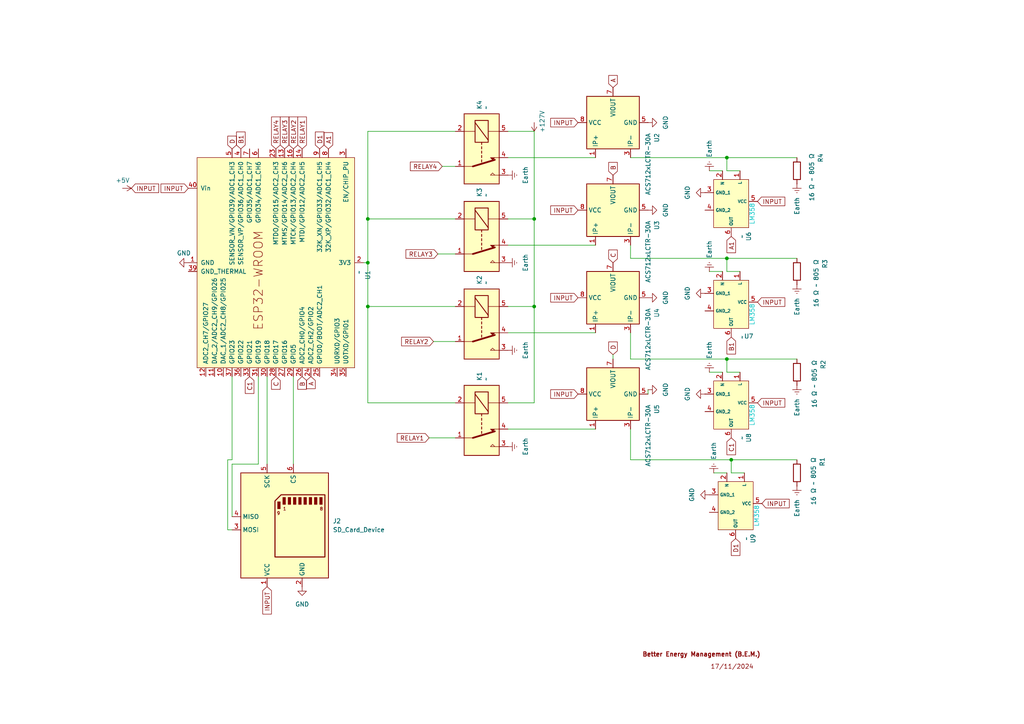
<source format=kicad_sch>
(kicad_sch (version 20231120) (generator "eeschema") (generator_version "8.0")
  (paper "A4")
  (lib_symbols
    (symbol "ACS712xLCTR-30A_1"
      (property "Reference" "U3" (at 2.1941 12.7 0))
      (property "Value" "ACS712xLCTR-30A" (at 2.1941 10.16 0))
      (symbol "ACS712xLCTR-30A_1_0_1"
        (rectangle (start -7.62 7.62) (end 7.62 -7.62) (stroke (width 0.254)) (fill (type background)))
      )
      (symbol "ACS712xLCTR-30A_1_1_1"
        (pin passive line (at -10.16 5.08 0) (length 2.54) (name "IP+") (number "1"))
        (pin passive line (at -10.16 5.08 0) (length 2.54) hide (name "IP+") (number "2"))
        (pin passive line (at -10.16 -5.08 0) (length 2.54) (name "IP-") (number "3"))
        (pin passive line (at -10.16 -5.08 0) (length 2.54) hide (name "IP-") (number "4"))
        (pin power_in line (at 0 -10.16 90) (length 2.54) (name "GND") (number "5"))
        (pin passive line (at 10.16 -2.54 180) (length 2.54) hide (name "FILTER") (number "6"))
        (pin output line (at 10.16 0 180) (length 2.54) (name "VIOUT") (number "7"))
        (pin power_in line (at 0 10.16 270) (length 2.54) (name "VCC") (number "8"))
      )
    )
    (symbol "ACS712xLCTR-30A_2"
      (property "Reference" "U2" (at 2.1941 12.7 0))
      (property "Value" "ACS712xLCTR-30A" (at 2.1941 10.16 0))
      (symbol "ACS712xLCTR-30A_2_0_1"
        (rectangle (start -7.62 7.62) (end 7.62 -7.62) (stroke (width 0.254)) (fill (type background)))
      )
      (symbol "ACS712xLCTR-30A_2_1_1"
        (pin passive line (at -10.16 5.08 0) (length 2.54) (name "IP+") (number "1"))
        (pin passive line (at -10.16 5.08 0) (length 2.54) hide (name "IP+") (number "2"))
        (pin passive line (at -10.16 -5.08 0) (length 2.54) (name "IP-") (number "3"))
        (pin passive line (at -10.16 -5.08 0) (length 2.54) hide (name "IP-") (number "4"))
        (pin power_in line (at 0 -10.16 90) (length 2.54) (name "GND") (number "5"))
        (pin passive line (at 10.16 -2.54 180) (length 2.54) hide (name "FILTER") (number "6"))
        (pin output line (at 10.16 0 180) (length 2.54) (name "VIOUT") (number "7"))
        (pin power_in line (at 0 10.16 270) (length 2.54) (name "VCC") (number "8"))
      )
    )
    (symbol "ACS712xLCTR-30A_3"
      (property "Reference" "U4" (at 2.1941 12.7 0))
      (property "Value" "ACS712xLCTR-30A" (at 2.1941 10.16 0))
      (symbol "ACS712xLCTR-30A_3_0_1"
        (rectangle (start -7.62 7.62) (end 7.62 -7.62) (stroke (width 0.254)) (fill (type background)))
      )
      (symbol "ACS712xLCTR-30A_3_1_1"
        (pin passive line (at -10.16 5.08 0) (length 2.54) (name "IP+") (number "1"))
        (pin passive line (at -10.16 5.08 0) (length 2.54) hide (name "IP+") (number "2"))
        (pin passive line (at -10.16 -5.08 0) (length 2.54) (name "IP-") (number "3"))
        (pin passive line (at -10.16 -5.08 0) (length 2.54) hide (name "IP-") (number "4"))
        (pin power_in line (at 0 -10.16 90) (length 2.54) (name "GND") (number "5"))
        (pin passive line (at 10.16 -2.54 180) (length 2.54) hide (name "FILTER") (number "6"))
        (pin output line (at 10.16 0 180) (length 2.54) (name "VIOUT") (number "7"))
        (pin power_in line (at 0 10.16 270) (length 2.54) (name "VCC") (number "8"))
      )
    )
    (symbol "Connector:SD_Card_Device"
      (property "Reference" "J2" (at 13.97 1.2701 0))
      (property "Value" "SD_Card_Device" (at 13.97 -1.2699 0))
      (symbol "SD_Card_Device_0_1"
        (rectangle (start -2.032 6.858) (end -1.27 4.826) (fill (type outline)))
        (rectangle (start -0.508 8.128) (end 0.254 6.096) (fill (type outline)))
        (rectangle (start 1.016 8.128) (end 1.778 6.096) (fill (type outline)))
        (rectangle (start 2.54 8.128) (end 3.302 6.096) (fill (type outline)))
        (rectangle (start 4.064 8.128) (end 4.826 6.096) (fill (type outline)))
        (rectangle (start 5.588 8.128) (end 6.35 6.096) (fill (type outline)))
        (rectangle (start 7.112 8.128) (end 7.874 6.096) (fill (type outline)))
        (rectangle (start 8.636 8.128) (end 9.398 6.096) (fill (type outline)))
        (rectangle (start 10.16 8.128) (end 10.922 6.096) (fill (type outline)))
      )
      (symbol "SD_Card_Device_1_1"
        (rectangle (start -12.7 15.24) (end 12.7 -15.24) (stroke (width 0.254)) (fill (type background)))
        (polyline (pts (xy -1.016 8.89) (xy 11.684 8.89) (xy 11.684 -9.144) (xy -2.794 -9.144) (xy -2.794 7.112) (xy -1.016 8.89)) (stroke (width 0.3)))
        (text "1" (at 0 4.826 0) (effects (font (size 0.9 0.9))))
        (text "8" (at 10.668 4.826 0) (effects (font (size 0.9 0.9))))
        (text "9" (at -1.778 3.556 0) (effects (font (size 0.9 0.9))))
        (pin input line (at -5.08 -17.78 90) (length 2.54) (name "VCC") (number "1"))
        (pin input line (at 5.08 -17.78 90) (length 2.54) (name "GND") (number "2"))
        (pin input line (at -15.24 -1.27 0) (length 2.54) (name "MOSI") (number "3"))
        (pin input line (at -15.24 2.54 0) (length 2.54) (name "MISO") (number "4"))
        (pin input line (at -5.08 17.78 270) (length 2.54) (name "SCK") (number "5"))
        (pin input line (at 2.54 17.78 270) (length 2.54) (name "CS") (number "6"))
      )
    )
    (symbol "Device:R" (pin_numbers hide) (pin_names (offset 0))
      (property "Reference" "R" (at 2.032 0 90))
      (property "Value" "R" (at 0 0 90))
      (symbol "R_0_1"
        (rectangle (start -1.016 -2.54) (end 1.016 2.54) (stroke (width 0.254)))
      )
      (symbol "R_1_1"
        (pin passive line (at 0 3.81 270) (length 1.27) (name "~") (number "1"))
        (pin passive line (at 0 -3.81 90) (length 1.27) (name "~") (number "2"))
      )
    )
    (symbol "LM358_1"
      (property "Reference" "U7" (at 2.286 -1.27 90))
      (property "Value" "~" (at 2.54 -3.2065 0))
      (symbol "LM358_1_1_1"
        (rectangle (start -13.97 -1.27) (end 0 -11.43) (fill (type background)))
        (text "LM358" (at -4.064 -0.254 0) (effects (font (size 1.27 1.27))))
        (pin input line (at -16.51 -3.81 0) (length 2.54) (name "L") (number "1"))
        (pin input line (at -16.51 -8.89 0) (length 2.54) (name "N") (number "2"))
        (pin input line (at -10.16 -13.97 90) (length 2.54) (name "GND_1") (number "3"))
        (pin input line (at -5.08 -13.97 90) (length 2.54) (name "GND_2") (number "4"))
        (pin input line (at -7.62 1.27 270) (length 2.54) (name "VCC") (number "5"))
        (pin output line (at 2.54 -6.35 180) (length 2.54) (name "OUT") (number "6"))
      )
    )
    (symbol "New_Library:LM358"
      (property "Reference" "U" (at 0 0 0))
      (symbol "LM358_1_1"
        (rectangle (start -13.97 -1.27) (end 0 -11.43) (fill (type background)))
        (text "LM358" (at -4.064 -0.254 0) (effects (font (size 1.27 1.27))))
        (pin input line (at -16.51 -3.81 0) (length 2.54) (name "L") (number "1"))
        (pin input line (at -16.51 -8.89 0) (length 2.54) (name "N") (number "2"))
        (pin input line (at -10.16 -13.97 90) (length 2.54) (name "GND_1") (number "3"))
        (pin input line (at -5.08 -13.97 90) (length 2.54) (name "GND_2") (number "4"))
        (pin input line (at -7.62 1.27 270) (length 2.54) (name "VCC") (number "5"))
        (pin output line (at 2.54 -6.35 180) (length 2.54) (name "OUT") (number "6"))
      )
    )
    (symbol "PCM_Espressif:ESP32-WROOM-E" (pin_names (offset 1.016))
      (property "Reference" "U1" (at 2.1941 26.67 0))
      (property "Value" "~" (at 2.1941 24.13 0))
      (symbol "ESP32-WROOM-E_0_1"
        (rectangle (start -30.48 22.86) (end 30.48 -22.86) (fill (type background)))
      )
      (symbol "ESP32-WROOM-E_1_1"
        (text "ESP32-­WROOM­" (at 5.08 -5.08 0) (effects (font (size 2.54 2.54))))
        (pin power_in line (at 0 -25.4 90) (length 2.54) (name "GND") (number "1"))
        (pin bidirectional line (at 33.02 -15.24 180) (length 2.54) (name "DAC_1/ADC2_CH8/GPIO25") (number "10"))
        (pin bidirectional line (at 33.02 -17.78 180) (length 2.54) (name "DAC_2/ADC2_CH9/GPIO26") (number "11"))
        (pin bidirectional line (at 33.02 -20.32 180) (length 2.54) (name "ADC2_CH7/GPIO27") (number "12"))
        (pin bidirectional line (at -33.02 2.54 0) (length 2.54) (name "MTMS/GPIO14/ADC2_CH6") (number "13"))
        (pin bidirectional line (at -33.02 7.62 0) (length 2.54) (name "MTDI/GPIO12/ADC2_CH5") (number "14"))
        (pin passive line (at 0 -25.4 90) (length 2.54) hide (name "GND") (number "15"))
        (pin bidirectional line (at -33.02 5.08 0) (length 2.54) (name "MTCK/GPIO13/ADC2_CH4") (number "16"))
        (pin power_in line (at 0 25.4 270) (length 2.54) (name "3V3") (number "2"))
        (pin bidirectional line (at -33.02 0 0) (length 2.54) (name "MTDO/GPIO15/ADC2_CH3") (number "23"))
        (pin bidirectional line (at 33.02 10.16 180) (length 2.54) (name "ADC2_CH2/GPIO2") (number "24"))
        (pin bidirectional line (at 33.02 12.7 180) (length 2.54) (name "GPIO0/BOOT/ADC2_CH1") (number "25"))
        (pin bidirectional line (at 33.02 7.62 180) (length 2.54) (name "ADC2_CH0/GPIO4") (number "26"))
        (pin bidirectional line (at 33.02 2.54 180) (length 2.54) (name "GPIO16") (number "27"))
        (pin bidirectional line (at 33.02 0 180) (length 2.54) (name "GPIO17") (number "28"))
        (pin bidirectional line (at 33.02 5.08 180) (length 2.54) (name "GPIO5") (number "29"))
        (pin input line (at -33.02 20.32 0) (length 2.54) (name "EN/CHIP_PU") (number "3"))
        (pin bidirectional line (at 33.02 -2.54 180) (length 2.54) (name "GPIO18") (number "30"))
        (pin bidirectional line (at 33.02 -5.08 180) (length 2.54) (name "GPIO19") (number "31"))
        (pin bidirectional line (at 33.02 -7.62 180) (length 2.54) (name "GPIO21") (number "33"))
        (pin bidirectional line (at 33.02 17.78 180) (length 2.54) (name "U0RXD/GPIO3") (number "34"))
        (pin bidirectional line (at 33.02 20.32 180) (length 2.54) (name "U0TXD/GPIO1") (number "35"))
        (pin bidirectional line (at 33.02 -10.16 180) (length 2.54) (name "GPIO22") (number "36"))
        (pin bidirectional line (at 33.02 -12.7 180) (length 2.54) (name "GPIO23") (number "37"))
        (pin passive line (at 0 -25.4 90) (length 2.54) hide (name "GND") (number "38"))
        (pin power_in line (at 2.54 -25.4 90) (length 2.54) (name "GND_THERMAL") (number "39"))
        (pin input line (at -33.02 -10.16 0) (length 2.54) (name "SENSOR_VP/GPIO36/ADC1_CH0") (number "4"))
        (pin power_in line (at -21.59 -25.4 90) (length 2.54) (name "Vin") (number "40"))
        (pin input line (at -33.02 -12.7 0) (length 2.54) (name "SENSOR_VN/GPIO39/ADC1_CH3") (number "5"))
        (pin input line (at -33.02 -5.08 0) (length 2.54) (name "GPIO34/ADC1_CH6") (number "6"))
        (pin input line (at -33.02 -7.62 0) (length 2.54) (name "GPIO35/ADC1_CH7") (number "7"))
        (pin bidirectional line (at -33.02 15.24 0) (length 2.54) (name "32K_XP/GPIO32/ADC1_CH4") (number "8"))
        (pin bidirectional line (at -33.02 12.7 0) (length 2.54) (name "32K_XN/GPIO33/ADC1_CH5") (number "9"))
      )
    )
    (symbol "Relay:SANYOU_SRD_Form_C"
      (property "Reference" "K" (at 11.43 3.81 0))
      (property "Value" "SANYOU_SRD_Form_C" (at 11.43 1.27 0))
      (symbol "SANYOU_SRD_Form_C_0_0"
        (polyline (pts (xy 7.62 5.08) (xy 7.62 2.54) (xy 6.985 3.175) (xy 7.62 3.81)))
      )
      (symbol "SANYOU_SRD_Form_C_0_1"
        (rectangle (start -10.16 5.08) (end 10.16 -5.08) (stroke (width 0.254)) (fill (type background)))
        (rectangle (start -8.255 1.905) (end -1.905 -1.905) (stroke (width 0.254)))
        (polyline (pts (xy -7.62 -1.905) (xy -2.54 1.905)) (stroke (width 0.254)))
        (polyline (pts (xy -5.08 -5.08) (xy -5.08 -1.905)))
        (polyline (pts (xy -5.08 5.08) (xy -5.08 1.905)))
        (polyline (pts (xy -1.905 0) (xy -1.27 0)) (stroke (width 0.254)))
        (polyline (pts (xy -0.635 0) (xy 0 0)) (stroke (width 0.254)))
        (polyline (pts (xy 0.635 0) (xy 1.27 0)) (stroke (width 0.254)))
        (polyline (pts (xy 1.905 0) (xy 2.54 0)) (stroke (width 0.254)))
        (polyline (pts (xy 3.175 0) (xy 3.81 0)) (stroke (width 0.254)))
        (polyline (pts (xy 5.08 -2.54) (xy 3.175 3.81)) (stroke (width 0.508)))
        (polyline (pts (xy 5.08 -2.54) (xy 5.08 -5.08)))
      )
      (symbol "SANYOU_SRD_Form_C_1_1"
        (polyline (pts (xy 2.54 3.81) (xy 3.175 3.175) (xy 2.54 2.54) (xy 2.54 5.08)) (fill (type outline)))
        (pin passive line (at 5.08 -7.62 90) (length 2.54) (name "~") (number "1"))
        (pin passive line (at -5.08 -7.62 90) (length 2.54) (name "~") (number "2"))
        (pin passive line (at 7.62 7.62 270) (length 2.54) (name "~") (number "3"))
        (pin passive line (at 2.54 7.62 270) (length 2.54) (name "~") (number "4"))
        (pin passive line (at -5.08 7.62 270) (length 2.54) (name "~") (number "5"))
      )
    )
    (symbol "Sensor_Current:ACS712xLCTR-30A"
      (property "Reference" "U5" (at 2.1941 12.7 0))
      (property "Value" "ACS712xLCTR-30A" (at 2.1941 10.16 0))
      (symbol "ACS712xLCTR-30A_0_1"
        (rectangle (start -7.62 7.62) (end 7.62 -7.62) (stroke (width 0.254)) (fill (type background)))
      )
      (symbol "ACS712xLCTR-30A_1_1"
        (pin passive line (at -10.16 5.08 0) (length 2.54) (name "IP+") (number "1"))
        (pin passive line (at -10.16 5.08 0) (length 2.54) hide (name "IP+") (number "2"))
        (pin passive line (at -10.16 -5.08 0) (length 2.54) (name "IP-") (number "3"))
        (pin passive line (at -10.16 -5.08 0) (length 2.54) hide (name "IP-") (number "4"))
        (pin power_in line (at 0 -10.16 90) (length 2.54) (name "GND") (number "5"))
        (pin passive line (at 10.16 -2.54 180) (length 2.54) hide (name "FILTER") (number "6"))
        (pin output line (at 10.16 0 180) (length 2.54) (name "VIOUT") (number "7"))
        (pin power_in line (at 0 10.16 270) (length 2.54) (name "VCC") (number "8"))
      )
    )
    (symbol "power:+48V" (power) (pin_numbers hide) (pin_names (offset 0) hide)
      (property "Value" "+48V" (at 0 3.556 0))
      (symbol "+48V_0_1"
        (polyline (pts (xy -0.762 1.27) (xy 0 2.54)))
        (polyline (pts (xy 0 0) (xy 0 2.54)))
        (polyline (pts (xy 0 2.54) (xy 0.762 1.27)))
      )
      (symbol "+48V_1_1"
        (pin power_in line (at 0 0 90) (length 0) (name "~") (number "1"))
      )
    )
    (symbol "power:+5V" (power) (pin_numbers hide) (pin_names (offset 0) hide)
      (property "Value" "+5V" (at 0 3.556 0))
      (symbol "+5V_0_1"
        (polyline (pts (xy -0.762 1.27) (xy 0 2.54)))
        (polyline (pts (xy 0 0) (xy 0 2.54)))
        (polyline (pts (xy 0 2.54) (xy 0.762 1.27)))
      )
      (symbol "+5V_1_1"
        (pin power_in line (at 0 0 90) (length 0) (name "~") (number "1"))
      )
    )
    (symbol "power:Earth" (power) (pin_numbers hide) (pin_names (offset 0) hide)
      (property "Value" "Earth" (at 0 -3.81 0))
      (symbol "Earth_0_1"
        (polyline (pts (xy -0.635 -1.905) (xy 0.635 -1.905)))
        (polyline (pts (xy -0.127 -2.54) (xy 0.127 -2.54)))
        (polyline (pts (xy 0 -1.27) (xy 0 0)))
        (polyline (pts (xy 1.27 -1.27) (xy -1.27 -1.27)))
      )
      (symbol "Earth_1_1"
        (pin power_in line (at 0 0 270) (length 0) (name "~") (number "1"))
      )
    )
    (symbol "power:GND" (power) (pin_numbers hide) (pin_names (offset 0) hide)
      (property "Value" "GND" (at 0 -3.81 0))
      (symbol "GND_0_1"
        (polyline (pts (xy 0 0) (xy 0 -1.27) (xy 1.27 -1.27) (xy 0 -2.54) (xy -1.27 -1.27) (xy 0 -1.27)))
      )
      (symbol "GND_1_1"
        (pin power_in line (at 0 0 270) (length 0) (name "~") (number "1"))
      )
    )
  )
  (junction (at 210.82 74.93))
  (junction (at 210.82 104.14))
  (junction (at 210.82 45.72))
  (junction (at 106.68 63.5))
  (junction (at 212.09 133.35))
  (junction (at 106.68 76.2))
  (junction (at 154.94 63.5))
  (junction (at 154.94 88.9))
  (junction (at 106.68 88.9))
  (wire (pts (xy 154.94 38.1) (xy 147.32 38.1)))
  (wire (pts (xy 214.63 49.53) (xy 210.82 49.53)))
  (wire (pts (xy 154.94 116.84) (xy 147.32 116.84)))
  (wire (pts (xy 182.88 74.93) (xy 182.88 71.12)))
  (wire (pts (xy 210.82 49.53) (xy 210.82 45.72)))
  (wire (pts (xy 214.63 107.95) (xy 210.82 107.95)))
  (wire (pts (xy 74.93 134.62) (xy 74.93 109.22)))
  (wire (pts (xy 106.68 38.1) (xy 106.68 63.5)))
  (wire (pts (xy 210.82 137.16) (xy 207.01 137.16)))
  (wire (pts (xy 132.08 48.26) (xy 128.27 48.26)))
  (wire (pts (xy 67.31 134.62) (xy 74.93 134.62)))
  (wire (pts (xy 209.55 49.53) (xy 205.74 49.53)))
  (wire (pts (xy 67.31 133.35) (xy 67.31 109.22)))
  (wire (pts (xy 85.09 109.22) (xy 85.09 134.62)))
  (wire (pts (xy 172.72 71.12) (xy 147.32 71.12)))
  (wire (pts (xy 214.63 78.74) (xy 210.82 78.74)))
  (wire (pts (xy 210.82 78.74) (xy 210.82 74.93)))
  (wire (pts (xy 231.14 133.35) (xy 212.09 133.35)))
  (wire (pts (xy 212.09 137.16) (xy 212.09 133.35)))
  (wire (pts (xy 106.68 76.2) (xy 105.41 76.2)))
  (wire (pts (xy 132.08 63.5) (xy 106.68 63.5)))
  (wire (pts (xy 231.14 45.72) (xy 210.82 45.72)))
  (wire (pts (xy 154.94 88.9) (xy 147.32 88.9)))
  (wire (pts (xy 177.8 104.14) (xy 177.8 102.87)))
  (wire (pts (xy 154.94 63.5) (xy 147.32 63.5)))
  (wire (pts (xy 172.72 45.72) (xy 147.32 45.72)))
  (wire (pts (xy 210.82 107.95) (xy 210.82 104.14)))
  (wire (pts (xy 187.96 114.3) (xy 187.96 113.03)))
  (wire (pts (xy 210.82 45.72) (xy 182.88 45.72)))
  (wire (pts (xy 210.82 104.14) (xy 182.88 104.14)))
  (wire (pts (xy 212.09 133.35) (xy 182.88 133.35)))
  (wire (pts (xy 132.08 99.06) (xy 125.73 99.06)))
  (wire (pts (xy 106.68 63.5) (xy 106.68 76.2)))
  (wire (pts (xy 67.31 149.86) (xy 67.31 134.62)))
  (wire (pts (xy 106.68 88.9) (xy 106.68 116.84)))
  (wire (pts (xy 106.68 76.2) (xy 106.68 88.9)))
  (wire (pts (xy 210.82 74.93) (xy 182.88 74.93)))
  (wire (pts (xy 215.9 137.16) (xy 212.09 137.16)))
  (wire (pts (xy 66.04 133.35) (xy 67.31 133.35)))
  (wire (pts (xy 132.08 73.66) (xy 127 73.66)))
  (wire (pts (xy 132.08 127) (xy 124.46 127)))
  (wire (pts (xy 132.08 88.9) (xy 106.68 88.9)))
  (wire (pts (xy 154.94 88.9) (xy 154.94 116.84)))
  (wire (pts (xy 67.31 153.67) (xy 66.04 153.67)))
  (wire (pts (xy 154.94 63.5) (xy 154.94 88.9)))
  (wire (pts (xy 106.68 116.84) (xy 132.08 116.84)))
  (wire (pts (xy 209.55 107.95) (xy 205.74 107.95)))
  (wire (pts (xy 154.94 38.1) (xy 154.94 63.5)))
  (wire (pts (xy 231.14 74.93) (xy 210.82 74.93)))
  (wire (pts (xy 182.88 133.35) (xy 182.88 124.46)))
  (wire (pts (xy 172.72 124.46) (xy 147.32 124.46)))
  (wire (pts (xy 209.55 78.74) (xy 205.74 78.74)))
  (wire (pts (xy 231.14 104.14) (xy 210.82 104.14)))
  (wire (pts (xy 132.08 38.1) (xy 106.68 38.1)))
  (wire (pts (xy 172.72 96.52) (xy 147.32 96.52)))
  (wire (pts (xy 66.04 153.67) (xy 66.04 133.35)))
  (wire (pts (xy 77.47 109.22) (xy 77.47 134.62)))
  (wire (pts (xy 182.88 104.14) (xy 182.88 96.52)))
  (text "Better Energy Management (B.E.M.)" (at 203.454 189.992 0) (effects (font (size 1.27 1.27) (thickness 0.254) (bold yes))))
  (text "17/11/2024" (at 212.344 193.548 0) (effects (font (size 1.27 1.27))))
  (global_label "C" (shape input) (at 177.8 76.2 90) (property "Intersheetrefs" "${INTERSHEET_REFS}" (effects (hide yes))))
  (global_label "A1" (shape input) (at 212.09 68.58 270) (property "Intersheetrefs" "${INTERSHEET_REFS}" (effects (hide yes))))
  (global_label "C1" (shape input) (at 212.09 127 270) (property "Intersheetrefs" "${INTERSHEET_REFS}" (effects (hide yes))))
  (global_label "RELAY2" (shape input) (at 85.09 43.18 90) (property "Intersheetrefs" "${INTERSHEET_REFS}" (effects (hide yes))))
  (global_label "INPUT" (shape input) (at 77.47 170.18 270) (property "Intersheetrefs" "${INTERSHEET_REFS}" (effects (hide yes))))
  (global_label "RELAY4" (shape input) (at 128.27 48.26 180) (property "Intersheetrefs" "${INTERSHEET_REFS}" (effects (hide yes))))
  (global_label "B1" (shape input) (at 212.09 97.79 270) (property "Intersheetrefs" "${INTERSHEET_REFS}" (effects (hide yes))))
  (global_label "D1" (shape input) (at 213.36 156.21 270) (property "Intersheetrefs" "${INTERSHEET_REFS}" (effects (hide yes))))
  (global_label "INPUT" (shape input) (at 167.64 86.36 180) (property "Intersheetrefs" "${INTERSHEET_REFS}" (effects (hide yes))))
  (global_label "A" (shape input) (at 177.8 25.4 90) (property "Intersheetrefs" "${INTERSHEET_REFS}" (effects (hide yes))))
  (global_label "RELAY3" (shape input) (at 127 73.66 180) (property "Intersheetrefs" "${INTERSHEET_REFS}" (effects (hide yes))))
  (global_label "RELAY1" (shape input) (at 124.46 127 180) (property "Intersheetrefs" "${INTERSHEET_REFS}" (effects (hide yes))))
  (global_label "INPUT" (shape input) (at 220.98 146.05 0) (property "Intersheetrefs" "${INTERSHEET_REFS}" (effects (hide yes))))
  (global_label "A1" (shape input) (at 95.25 43.18 90) (property "Intersheetrefs" "${INTERSHEET_REFS}" (effects (hide yes))))
  (global_label "C1" (shape input) (at 72.39 109.22 270) (property "Intersheetrefs" "${INTERSHEET_REFS}" (effects (hide yes))))
  (global_label "INPUT" (shape input) (at 167.64 60.96 180) (property "Intersheetrefs" "${INTERSHEET_REFS}" (effects (hide yes))))
  (global_label "D" (shape input) (at 67.31 43.18 90) (property "Intersheetrefs" "${INTERSHEET_REFS}" (effects (hide yes))))
  (global_label "INPUT" (shape input) (at 219.71 87.63 0) (property "Intersheetrefs" "${INTERSHEET_REFS}" (effects (hide yes))))
  (global_label "INPUT" (shape input) (at 167.64 114.3 180) (property "Intersheetrefs" "${INTERSHEET_REFS}" (effects (hide yes))))
  (global_label "C" (shape input) (at 80.01 109.22 270) (property "Intersheetrefs" "${INTERSHEET_REFS}" (effects (hide yes))))
  (global_label "B" (shape input) (at 177.8 50.8 90) (property "Intersheetrefs" "${INTERSHEET_REFS}" (effects (hide yes))))
  (global_label "RELAY4" (shape input) (at 80.01 43.18 90) (property "Intersheetrefs" "${INTERSHEET_REFS}" (effects (hide yes))))
  (global_label "INPUT" (shape input) (at 167.64 35.56 180) (property "Intersheetrefs" "${INTERSHEET_REFS}" (effects (hide yes))))
  (global_label "D" (shape input) (at 177.8 102.87 90) (property "Intersheetrefs" "${INTERSHEET_REFS}" (effects (hide yes))))
  (global_label "A" (shape input) (at 90.17 109.22 270) (property "Intersheetrefs" "${INTERSHEET_REFS}" (effects (hide yes))))
  (global_label "D1" (shape input) (at 92.71 43.18 90) (property "Intersheetrefs" "${INTERSHEET_REFS}" (effects (hide yes))))
  (global_label "INPUT" (shape input) (at 38.1 54.61 0) (property "Intersheetrefs" "${INTERSHEET_REFS}" (effects (hide yes))))
  (global_label "B" (shape input) (at 87.63 109.22 270) (property "Intersheetrefs" "${INTERSHEET_REFS}" (effects (hide yes))))
  (global_label "INPUT" (shape input) (at 219.71 58.42 0) (property "Intersheetrefs" "${INTERSHEET_REFS}" (effects (hide yes))))
  (global_label "RELAY1" (shape input) (at 87.63 43.18 90) (property "Intersheetrefs" "${INTERSHEET_REFS}" (effects (hide yes))))
  (global_label "INPUT" (shape input) (at 219.71 116.84 0) (property "Intersheetrefs" "${INTERSHEET_REFS}" (effects (hide yes))))
  (global_label "RELAY3" (shape input) (at 82.55 43.18 90) (property "Intersheetrefs" "${INTERSHEET_REFS}" (effects (hide yes))))
  (global_label "B1" (shape input) (at 69.85 43.18 90) (property "Intersheetrefs" "${INTERSHEET_REFS}" (effects (hide yes))))
  (global_label "INPUT" (shape input) (at 54.61 54.61 180) (property "Intersheetrefs" "${INTERSHEET_REFS}" (effects (hide yes))))
  (global_label "RELAY2" (shape input) (at 125.73 99.06 180) (property "Intersheetrefs" "${INTERSHEET_REFS}" (effects (hide yes))))
  (symbol (lib_id "Device:R") (at 231.14 107.95 180) (unit 1)
    (property "Reference" "R2" (at 238.76 104.394 90) (effects (justify left)))
    (property "Value" "16 Ω ~ 805 Ω" (at 236.22 104.394 90) (effects (justify left)))
    (property "Description" "Resistor" (effects (hide yes)))
  )
  (symbol (lib_id "power:Earth") (at 147.32 129.54 90) (unit 1)
    (property "Reference" "#PWR04" (effects (hide yes)))
    (property "Value" "Earth" (at 152.4 129.54 0))
    (property "Description" "Power symbol creates a global label with name \"Earth\"" (effects (hide yes)))
  )
  (symbol (lib_id "power:GND") (at 87.63 170.18 0) (unit 1)
    (property "Reference" "#PWR024" (effects (hide yes)))
    (property "Value" "GND" (at 87.63 175.26 0))
    (property "Description" "Power symbol creates a global label with name \"GND\" , ground" (effects (hide yes)))
  )
  (symbol (lib_id "power:GND") (at 204.47 55.88 270) (unit 1)
    (property "Reference" "#PWR013" (effects (hide yes)))
    (property "Value" "GND" (at 199.39 55.88 0))
    (property "Description" "Power symbol creates a global label with name \"GND\" , ground" (effects (hide yes)))
  )
  (symbol (lib_id "Sensor_Current:ACS712xLCTR-30A") (at 177.8 114.3 90) (unit 1)
    (property "Reference" "U5" (at 190.5 117.3165 0) (effects (justify right)))
    (property "Value" "ACS712xLCTR-30A" (at 187.96 117.3165 0) (effects (justify right)))
    (property "Footprint" "Package_SO:SOIC-8_3.9x4.9mm_P1.27mm" (effects (hide yes)))
    (property "Datasheet" "http://www.allegromicro.com/~/media/Files/Datasheets/ACS712-Datasheet.ashx?la=en" (effects (hide yes)))
    (property "Description" "±30A Bidirectional Hall-Effect Current Sensor, +5.0V supply, 66mV/A, SOIC-8" (effects (hide yes)))
  )
  (symbol (lib_id "power:GND") (at 54.61 76.2 270) (unit 1)
    (property "Reference" "#PWR022" (effects (hide yes)))
    (property "Value" "GND" (at 55.372 73.406 90) (effects (justify right)))
    (property "Description" "Power symbol creates a global label with name \"GND\" , ground" (effects (hide yes)))
  )
  (symbol (lib_name "ACS712xLCTR-30A_1") (lib_id "Sensor_Current:ACS712xLCTR-30A") (at 177.8 60.96 90) (unit 1)
    (property "Reference" "U3" (at 190.5 63.9765 0) (effects (justify right)))
    (property "Value" "ACS712xLCTR-30A" (at 187.96 63.9765 0) (effects (justify right)))
    (property "Footprint" "Package_SO:SOIC-8_3.9x4.9mm_P1.27mm" (effects (hide yes)))
    (property "Datasheet" "http://www.allegromicro.com/~/media/Files/Datasheets/ACS712-Datasheet.ashx?la=en" (effects (hide yes)))
    (property "Description" "±30A Bidirectional Hall-Effect Current Sensor, +5.0V supply, 66mV/A, SOIC-8" (effects (hide yes)))
  )
  (symbol (lib_name "ACS712xLCTR-30A_2") (lib_id "Sensor_Current:ACS712xLCTR-30A") (at 177.8 35.56 90) (unit 1)
    (property "Reference" "U2" (at 190.5 38.5765 0) (effects (justify right)))
    (property "Value" "ACS712xLCTR-30A" (at 187.96 38.5765 0) (effects (justify right)))
    (property "Footprint" "Package_SO:SOIC-8_3.9x4.9mm_P1.27mm" (effects (hide yes)))
    (property "Datasheet" "http://www.allegromicro.com/~/media/Files/Datasheets/ACS712-Datasheet.ashx?la=en" (effects (hide yes)))
    (property "Description" "±30A Bidirectional Hall-Effect Current Sensor, +5.0V supply, 66mV/A, SOIC-8" (effects (hide yes)))
  )
  (symbol (lib_id "power:GND") (at 204.47 85.09 270) (unit 1)
    (property "Reference" "#PWR014" (effects (hide yes)))
    (property "Value" "GND" (at 199.39 85.09 0))
    (property "Description" "Power symbol creates a global label with name \"GND\" , ground" (effects (hide yes)))
  )
  (symbol (lib_id "power:+48V") (at 154.94 35.56 180) (unit 1)
    (property "Reference" "#PWR023" (effects (hide yes)))
    (property "Value" "+127V" (at 157.988 32.004 90) (effects (justify left top)))
    (property "Description" "Power symbol creates a global label with name \"+48V\"" (effects (hide yes)))
  )
  (symbol (lib_name "LM358_1") (lib_id "New_Library:LM358") (at 218.44 95.25 270) (unit 1)
    (property "Reference" "U7" (at 217.17 97.536 90))
    (property "Value" "~" (at 215.2335 97.79 0))
  )
  (symbol (lib_id "power:GND") (at 205.74 143.51 270) (unit 1)
    (property "Reference" "#PWR016" (effects (hide yes)))
    (property "Value" "GND" (at 200.66 143.51 0))
    (property "Description" "Power symbol creates a global label with name \"GND\" , ground" (effects (hide yes)))
  )
  (symbol (lib_id "New_Library:LM358") (at 219.71 153.67 270) (unit 1)
    (property "Reference" "U9" (at 218.4086 156.21 0))
    (property "Value" "~" (at 216.5035 156.21 0))
  )
  (symbol (lib_id "Relay:SANYOU_SRD_Form_C") (at 139.7 68.58 270) (unit 1)
    (property "Reference" "K3" (at 139.0649 57.15 0) (effects (justify right)))
    (property "Value" "~" (at 140.97 57.15 0) (effects (justify right)))
    (property "Footprint" "Relay_THT:Relay_SPDT_SANYOU_SRD_Series_Form_C" (effects (hide yes)))
    (property "Datasheet" "http://www.sanyourelay.ca/public/products/pdf/SRD.pdf" (effects (hide yes)))
    (property "Description" "Sanyo SRD relay, Single Pole Miniature Power Relay," (effects (hide yes)))
  )
  (symbol (lib_id "Device:R") (at 231.14 137.16 180) (unit 1)
    (property "Reference" "R1" (at 238.506 132.588 90) (effects (justify left)))
    (property "Value" "16 Ω ~ 805 Ω" (at 235.966 132.588 90) (effects (justify left)))
    (property "Description" "Resistor" (effects (hide yes)))
  )
  (symbol (lib_id "New_Library:LM358") (at 218.44 124.46 270) (unit 1)
    (property "Reference" "U8" (at 217.1386 127 0))
    (property "Value" "~" (at 215.2335 127 0))
  )
  (symbol (lib_id "power:Earth") (at 231.14 53.34 0) (unit 1)
    (property "Reference" "#PWR010" (effects (hide yes)))
    (property "Value" "Earth" (at 231.1401 57.15 90) (effects (justify right)))
    (property "Description" "Power symbol creates a global label with name \"Earth\"" (effects (hide yes)))
  )
  (symbol (lib_id "power:+5V") (at 35.56 54.61 270) (unit 1)
    (property "Reference" "#PWR021" (effects (hide yes)))
    (property "Value" "+5V" (at 33.528 52.324 90) (effects (justify left)))
    (property "Description" "Power symbol creates a global label with name \"+5V\"" (effects (hide yes)))
  )
  (symbol (lib_id "power:GND") (at 187.96 35.56 90) (unit 1)
    (property "Reference" "#PWR018" (effects (hide yes)))
    (property "Value" "GND" (at 193.04 35.56 0))
    (property "Description" "Power symbol creates a global label with name \"GND\" , ground" (effects (hide yes)))
  )
  (symbol (lib_id "power:Earth") (at 147.32 101.6 90) (unit 1)
    (property "Reference" "#PWR05" (effects (hide yes)))
    (property "Value" "Earth" (at 152.4 101.6 0))
    (property "Description" "Power symbol creates a global label with name \"Earth\"" (effects (hide yes)))
  )
  (symbol (lib_id "power:GND") (at 187.96 60.96 90) (unit 1)
    (property "Reference" "#PWR017" (effects (hide yes)))
    (property "Value" "GND" (at 193.04 60.96 0))
    (property "Description" "Power symbol creates a global label with name \"GND\" , ground" (effects (hide yes)))
  )
  (symbol (lib_id "power:GND") (at 204.47 114.3 270) (unit 1)
    (property "Reference" "#PWR015" (effects (hide yes)))
    (property "Value" "GND" (at 199.39 114.3 0))
    (property "Description" "Power symbol creates a global label with name \"GND\" , ground" (effects (hide yes)))
  )
  (symbol (lib_id "New_Library:LM358") (at 218.44 66.04 270) (unit 1)
    (property "Reference" "U6" (at 217.1386 68.58 0))
    (property "Value" "~" (at 215.2335 68.58 0))
  )
  (symbol (lib_id "power:Earth") (at 231.14 140.97 0) (unit 1)
    (property "Reference" "#PWR02" (effects (hide yes)))
    (property "Value" "Earth" (at 231.1401 144.78 90) (effects (justify right)))
    (property "Description" "Power symbol creates a global label with name \"Earth\"" (effects (hide yes)))
  )
  (symbol (lib_id "power:Earth") (at 205.74 49.53 180) (unit 1)
    (property "Reference" "#PWR012" (effects (hide yes)))
    (property "Value" "Earth" (at 205.7401 45.72 90) (effects (justify right)))
    (property "Description" "Power symbol creates a global label with name \"Earth\"" (effects (hide yes)))
  )
  (symbol (lib_id "power:GND") (at 187.96 113.03 90) (unit 1)
    (property "Reference" "#PWR020" (effects (hide yes)))
    (property "Value" "GND" (at 193.04 113.03 0))
    (property "Description" "Power symbol creates a global label with name \"GND\" , ground" (effects (hide yes)))
  )
  (symbol (lib_id "Relay:SANYOU_SRD_Form_C") (at 139.7 43.18 270) (unit 1)
    (property "Reference" "K4" (at 139.0649 31.75 0) (effects (justify right)))
    (property "Value" "~" (at 140.97 31.75 0) (effects (justify right)))
    (property "Footprint" "Relay_THT:Relay_SPDT_SANYOU_SRD_Series_Form_C" (effects (hide yes)))
    (property "Datasheet" "http://www.sanyourelay.ca/public/products/pdf/SRD.pdf" (effects (hide yes)))
    (property "Description" "Sanyo SRD relay, Single Pole Miniature Power Relay," (effects (hide yes)))
  )
  (symbol (lib_id "PCM_Espressif:ESP32-WROOM-E") (at 80.01 76.2 270) (unit 1)
    (property "Reference" "U1" (at 106.68 78.3941 0) (effects (justify left)))
    (property "Value" "~" (at 104.14 78.3941 0) (effects (justify left)))
    (property "Footprint" "PCM_Espressif:ESP32-WROOM-32E" (effects (hide yes)))
    (property "Datasheet" "https://www.espressif.com/sites/default/files/documentation/esp32-wroom-32e_esp32-wroom-32ue_datasheet_en.pdf" (effects (hide yes)))
    (property "Description" "ESP32-WROOM-32E integrates ESP32-D0WD-V3, with higher stability and safety performance." (effects (hide yes)))
  )
  (symbol (lib_id "power:GND") (at 187.96 86.36 90) (unit 1)
    (property "Reference" "#PWR019" (effects (hide yes)))
    (property "Value" "GND" (at 193.04 86.36 0))
    (property "Description" "Power symbol creates a global label with name \"GND\" , ground" (effects (hide yes)))
  )
  (symbol (lib_id "power:Earth") (at 205.74 107.95 180) (unit 1)
    (property "Reference" "#PWR01" (effects (hide yes)))
    (property "Value" "Earth" (at 205.7401 104.14 90) (effects (justify right)))
    (property "Description" "Power symbol creates a global label with name \"Earth\"" (effects (hide yes)))
  )
  (symbol (lib_id "Device:R") (at 231.14 49.53 180) (unit 1)
    (property "Reference" "R4" (at 237.998 44.45 90) (effects (justify left)))
    (property "Value" "16 Ω ~ 805 Ω" (at 235.458 44.45 90) (effects (justify left)))
    (property "Description" "Resistor" (effects (hide yes)))
  )
  (symbol (lib_id "Relay:SANYOU_SRD_Form_C") (at 139.7 121.92 270) (unit 1)
    (property "Reference" "K1" (at 139.0649 110.49 0) (effects (justify right)))
    (property "Value" "~" (at 140.97 110.49 0) (effects (justify right)))
    (property "Footprint" "Relay_THT:Relay_SPDT_SANYOU_SRD_Series_Form_C" (effects (hide yes)))
    (property "Datasheet" "http://www.sanyourelay.ca/public/products/pdf/SRD.pdf" (effects (hide yes)))
    (property "Description" "Sanyo SRD relay, Single Pole Miniature Power Relay," (effects (hide yes)))
  )
  (symbol (lib_id "power:Earth") (at 207.01 137.16 180) (unit 1)
    (property "Reference" "#PWR03" (effects (hide yes)))
    (property "Value" "Earth" (at 207.0101 133.35 90) (effects (justify right)))
    (property "Description" "Power symbol creates a global label with name \"Earth\"" (effects (hide yes)))
  )
  (symbol (lib_name "ACS712xLCTR-30A_3") (lib_id "Sensor_Current:ACS712xLCTR-30A") (at 177.8 86.36 90) (unit 1)
    (property "Reference" "U4" (at 190.5 89.3765 0) (effects (justify right)))
    (property "Value" "ACS712xLCTR-30A" (at 187.96 89.3765 0) (effects (justify right)))
    (property "Footprint" "Package_SO:SOIC-8_3.9x4.9mm_P1.27mm" (effects (hide yes)))
    (property "Datasheet" "http://www.allegromicro.com/~/media/Files/Datasheets/ACS712-Datasheet.ashx?la=en" (effects (hide yes)))
    (property "Description" "±30A Bidirectional Hall-Effect Current Sensor, +5.0V supply, 66mV/A, SOIC-8" (effects (hide yes)))
  )
  (symbol (lib_id "Relay:SANYOU_SRD_Form_C") (at 139.7 93.98 270) (unit 1)
    (property "Reference" "K2" (at 139.0649 82.55 0) (effects (justify right)))
    (property "Value" "~" (at 140.97 82.55 0) (effects (justify right)))
    (property "Footprint" "Relay_THT:Relay_SPDT_SANYOU_SRD_Series_Form_C" (effects (hide yes)))
    (property "Datasheet" "http://www.sanyourelay.ca/public/products/pdf/SRD.pdf" (effects (hide yes)))
    (property "Description" "Sanyo SRD relay, Single Pole Miniature Power Relay," (effects (hide yes)))
  )
  (symbol (lib_id "power:Earth") (at 205.74 78.74 180) (unit 1)
    (property "Reference" "#PWR011" (effects (hide yes)))
    (property "Value" "Earth" (at 205.7401 74.93 90) (effects (justify right)))
    (property "Description" "Power symbol creates a global label with name \"Earth\"" (effects (hide yes)))
  )
  (symbol (lib_id "power:Earth") (at 147.32 50.8 90) (unit 1)
    (property "Reference" "#PWR07" (effects (hide yes)))
    (property "Value" "Earth" (at 152.4 50.8 0))
    (property "Description" "Power symbol creates a global label with name \"Earth\"" (effects (hide yes)))
  )
  (symbol (lib_id "power:Earth") (at 147.32 76.2 90) (unit 1)
    (property "Reference" "#PWR06" (effects (hide yes)))
    (property "Value" "Earth" (at 152.4 76.2 0))
    (property "Description" "Power symbol creates a global label with name \"Earth\"" (effects (hide yes)))
  )
  (symbol (lib_id "Device:R") (at 231.14 78.74 180) (unit 1)
    (property "Reference" "R3" (at 239.268 75.184 90) (effects (justify left)))
    (property "Value" "16 Ω ~ 805 Ω" (at 236.728 75.184 90) (effects (justify left)))
    (property "Description" "Resistor" (effects (hide yes)))
  )
  (symbol (lib_id "Connector:SD_Card_Device") (at 82.55 152.4 0) (unit 1)
    (property "Reference" "J2" (at 96.52 151.1299 0) (effects (justify left)))
    (property "Value" "SD_Card_Device" (at 96.52 153.6699 0) (effects (justify left)))
  )
  (symbol (lib_id "power:Earth") (at 231.14 82.55 0) (unit 1)
    (property "Reference" "#PWR09" (effects (hide yes)))
    (property "Value" "Earth" (at 231.1401 86.36 90) (effects (justify right)))
    (property "Description" "Power symbol creates a global label with name \"Earth\"" (effects (hide yes)))
  )
  (symbol (lib_id "power:Earth") (at 231.14 111.76 0) (unit 1)
    (property "Reference" "#PWR08" (effects (hide yes)))
    (property "Value" "Earth" (at 231.1401 115.57 90) (effects (justify right)))
    (property "Description" "Power symbol creates a global label with name \"Earth\"" (effects (hide yes)))
  )
)
</source>
